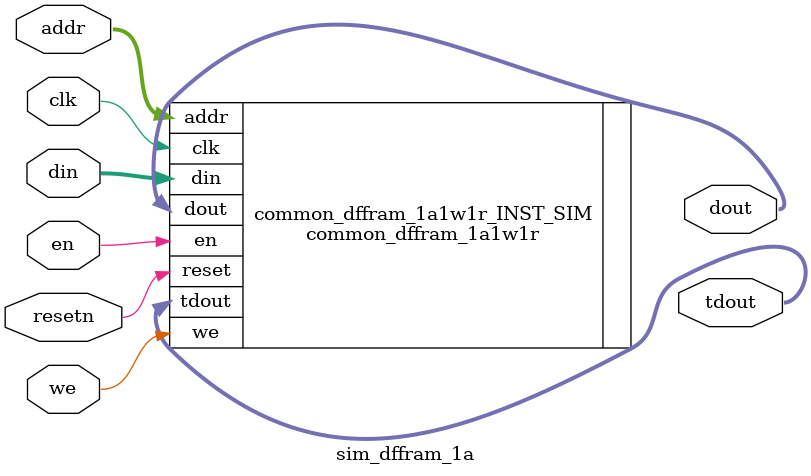
<source format=v>


module sim_dffram_1a #(
    parameter       RAM_WIDTH   = 32,
    parameter       RAM_DEPTH   = 32
) (
    input   wire                clk,
    input   wire                resetn,

    input   wire [4:0]          addr,
    input   wire                en,
    input   wire                we,

    input   wire [31:0]         din,
    output  wire [31:0]         dout,

    output  wire [1023:0]       tdout
);

    common_dffram_1a1w1r #(
        .RAM_WIDTH          (RAM_WIDTH),
        .RAM_DEPTH          (RAM_DEPTH),

        .ONEHOT_ADDRESSING  (0),
        .BIT_WRITE_ENABLE   (0),
        .DATA_COUPLED       (1)
    ) common_dffram_1a1w1r_INST_SIM (
        .clk    (clk),
        .reset  (resetn),

        .addr   (addr),
        .en     (en),
        .we     (we),

        .din    (din),
        .dout   (dout),

        .tdout  (tdout)
    );

endmodule

</source>
